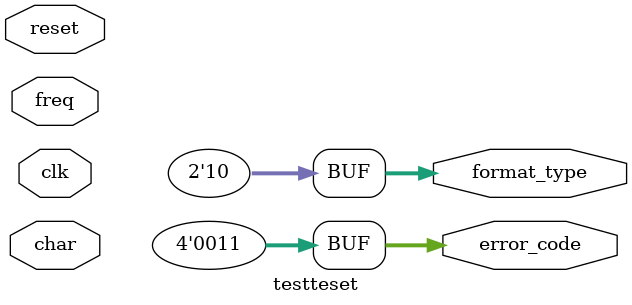
<source format=v>
`timescale 1ns / 1ps

//////this is a test module,not for cheating!
module testteset(
    input clk,
    input reset,
    input [7:0] char,
    input [15:0] freq,
    output [1:0] format_type,
    output [3:0] error_code
    );
   assign format_type = 2'b10;
	assign error_code = 4'b0011;

endmodule

</source>
